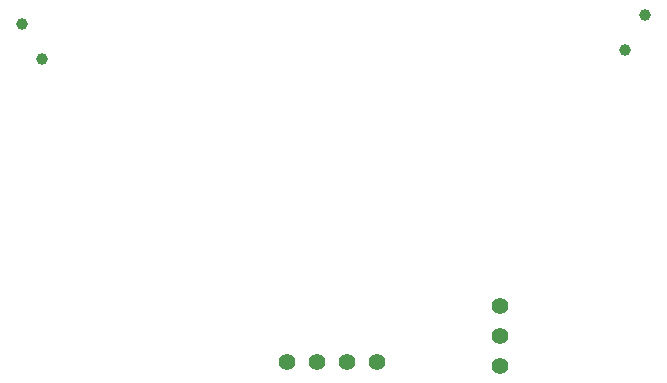
<source format=gbr>
%TF.GenerationSoftware,KiCad,Pcbnew,9.0.4*%
%TF.CreationDate,2025-09-08T17:29:45+02:00*%
%TF.ProjectId,pomodoro_timer,706f6d6f-646f-4726-9f5f-74696d65722e,rev?*%
%TF.SameCoordinates,Original*%
%TF.FileFunction,Plated,1,2,PTH,Drill*%
%TF.FilePolarity,Positive*%
%FSLAX46Y46*%
G04 Gerber Fmt 4.6, Leading zero omitted, Abs format (unit mm)*
G04 Created by KiCad (PCBNEW 9.0.4) date 2025-09-08 17:29:45*
%MOMM*%
%LPD*%
G01*
G04 APERTURE LIST*
%TA.AperFunction,ComponentDrill*%
%ADD10C,1.000000*%
%TD*%
%TA.AperFunction,ComponentDrill*%
%ADD11C,1.400000*%
%TD*%
G04 APERTURE END LIST*
D10*
%TO.C,C1*%
X70499000Y-92718456D03*
X72249000Y-95749544D03*
%TO.C,C2*%
X121553000Y-94987544D03*
X123303000Y-91956456D03*
D11*
%TO.C,J2*%
X92970000Y-121370000D03*
X95510000Y-121370000D03*
X98050000Y-121370000D03*
X100590000Y-121370000D03*
%TO.C,J1*%
X110998000Y-116586000D03*
X110998000Y-119126000D03*
X110998000Y-121666000D03*
M02*

</source>
